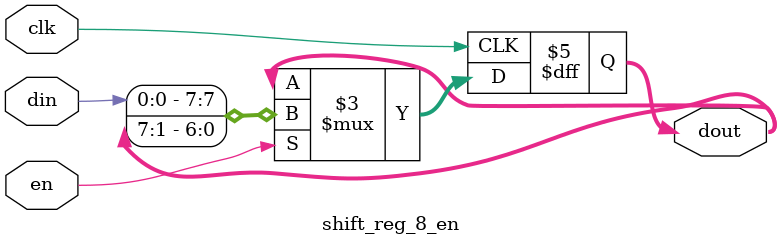
<source format=v>
module uarec(input en,clk,ser_in,output en_out, output [7:0] dout);

    wire n0,n1,n2,n3;

    cycle_count_16    C1(.en(en),.clk(clk),.r(n0),.h(n1),.f(n2));

    rec_control_logic C2(.d(ser_in),.clk(clk),.en(en),.h(n1),.f(n2),
                         .s(n3),.l(en_out),.r(n0));

    shift_reg_8_en    C3(.din(ser_in),.clk(clk),.en(n3),.dout(dout));

endmodule

//-cycle_count_16 Module-------------------------------------------
//  16 Count Countdown Timer
//  After Reset this Counter proceeds 
//     8 clock cycles before asserting the H Flag (Half Count Flag)
//     16 clock cycles before asserting the F Flag (Full Count Flag)
//  Inputs:  clk -- Rising Edge Clock
//           r -- Synchronous Reset
//  Outputs: h -- Half Count Flag -- Active High
//           f -- Full Count Flag -- Active High 
//  B. Earl Wells, UAH, February 10, 2015
module cycle_count_16(input en,clk,r, output reg h,f);
   reg [4:0] count;
   always @(posedge clk)
      if (en)
         begin
            h=0; // set up defaults for
            f=0; // outputs h and f
            if (r) count=15;
            else
               if (count)
                  count=count-1;
               if (count <= 7)
                  h=1;    // half count reached
               if (!count)
                  f=1;    // full count reached
         end
endmodule

//-rec_control_logic Module----------------------------------------
// This is the main receiver control logic module that is to be 
// developed by cpe324 for the laboratory assignment  
module rec_control_logic(input d,clk,en,h,f,output reg s,l,r);

   reg [3:0] state,next_state; // may want to use these
	
	parameter S0 = 0, S1 = 1, S2 = 2, S3 = 3, S4 = 4, S5 = 5, S6 = 6, S7 = 7, S8 = 8, S9 = 9, S10 = 10;
	
	always @ (posedge clk)
	begin
		//next_state = state;
		
		case (state)
			S0:
				begin
				if (en==1 && d==0)
					begin
					r = 1'b1;
					s = 1'b0;
					l = 1'b0;
					next_state = S1;
					end
				else if (en==0)
					begin
					r = 1'b0;
					s = 1'b0;
					l = 1'b0;
					end
				else if (en==1 && d==1)
					begin
					r = 1'b0;
					s = 1'b0;
					l = 1'b0;
					end
				end
			S1:
				begin
				if (en && (d==0 && h==1))
					begin
					r = 1'b1;
					s = 1'b0;
					l = 1'b0;
					next_state = S2;
					end
				else if (en==1 && d==1)
					begin
					r = 1'b0;
					s = 1'b0;
					l = 1'b0;
					next_state = S0;
					end
				else if (en==0)
					begin
					r = 1'b0;
					s = 1'b0;
					l = 1'b0;
					end
				else if (en==1 && (d==0 && h==0))
					begin
					r = 1'b0;
					s = 1'b0;
					l = 1'b0;
					end
				end
			S2:
				begin
				if (en==1 && f==1)
					begin
					r = 1'b1;
					s = 1'b1;
					l = 1'b0;
					next_state = S3;
					end
				else if (en==0)
					begin
					r = 1'b0;
					s = 1'b0;
					l = 1'b0;
					end
				else if (en==1 && f==0)
					begin
					r = 1'b0;
					s = 1'b0;
					l = 1'b0;
					end
				end
			S3:
				begin
				if (en==1 && f==1)
					begin
					r = 1'b1;
					s = 1'b1;
					l = 1'b0;
					next_state = S4;
					end
				else if (en==0)
					begin
					r = 1'b0;
					s = 1'b0;
					l = 1'b0;
					end
				else if (en==1 && f==0)
					begin
					r = 1'b0;
					s = 1'b0;
					l = 1'b0;
					end
				end
			S4:
				begin
				if (en==1 && f==1)
					begin
					r = 1'b1;
					s = 1'b1;
					l = 1'b0;
					next_state = S5;
					end
				else if (en==0)
					begin
					r = 1'b0;
					s = 1'b0;
					l = 1'b0;
					end
				else if (en==1 && f==0)
					begin
					r = 1'b0;
					s = 1'b0;
					l = 1'b0;
					end
				end
			S5:
				begin
				if (en==1 && f==1)
					begin
					r = 1'b1;
					s = 1'b1;
					l = 1'b0;
					next_state = S6;
					end
				else if (en==0)
					begin
					r = 1'b0;
					s = 1'b0;
					l = 1'b0;
					end
				else if (en==1 && f==0)
					begin
					r = 1'b0;
					s = 1'b0;
					l = 1'b0;
					end
				end
			S6:
				begin
				if (en==1 && f==1)
					begin
					r = 1'b1;
					s = 1'b1;
					l = 1'b0;
					next_state = S7;
					end
				else if (en==0)
					begin
					r = 1'b0;
					s = 1'b0;
					l = 1'b0;
					end
				else if (en==1 && f==0)
					begin
					r = 1'b0;
					s = 1'b0;
					l = 1'b0;
					end
				end
			S7:
				begin
				if (en==1 && f==1)
					begin
					r = 1'b1;
					s = 1'b1;
					l = 1'b0;
					next_state = S8;
					end
				else if (en==0)
					begin
					r = 1'b0;
					s = 1'b0;
					l = 1'b0;
					end
				else if (en==1 && f==0)
					begin
					r = 1'b0;
					s = 1'b0;
					l = 1'b0;
					end
				end
			S8:
				begin
				if (en==1 && f==1)
					begin
					r = 1'b1;
					s = 1'b1;
					l = 1'b0;
					next_state = S9;
					end
				else if (en==0)
					begin
					r = 1'b0;
					s = 1'b0;
					l = 1'b0;
					end
				else if (en==1 && f==0)
					begin
					r = 1'b0;
					s = 1'b0;
					l = 1'b0;
					end
				end
			S9:
				begin
				if (en==1 && f==1)
					begin
					r = 1'b1;
					s = 1'b1;
					l = 1'b0;
					next_state = S10;
					end
				else if (en==0)
					begin
					r = 1'b0;
					s = 1'b0;
					l = 1'b0;
					end
				else if (en==1 && f==0)
					begin
					r = 1'b0;
					s = 1'b0;
					l = 1'b0;
					end
				end
			S10:
				begin
				if (en==1 && f==1)
					begin
					r = 1'b0;
					s = 1'b0;
					l = 1'b1;
					next_state = S0;
					end
				else if (en==0)
					begin
					r = 1'b0;
					s = 1'b0;
					l = 1'b0;
					end
				else if (en==1 && f==0)
					begin
					r = 1'b0;
					s = 1'b0;
					l = 1'b0;
					end
				end
		endcase
		state = next_state;
	end
				 
endmodule

//-shift_reg_8_en Module-------------------------------------------
// Enabled 8-bit shift register where data is assumed to be
// shifted in Least Significant Bit (LSB) first.
// Inputs: 
//    din -- serial data input
//    clk -- global clock
//    en  -- clock enable input (active high)
// Output:
//    dout -- eight bit data output
module shift_reg_8_en(input din,clk,en,output reg [7:0] dout);
   always @ (posedge clk)
      if (en) dout = {din,dout[7:1]};
endmodule


</source>
